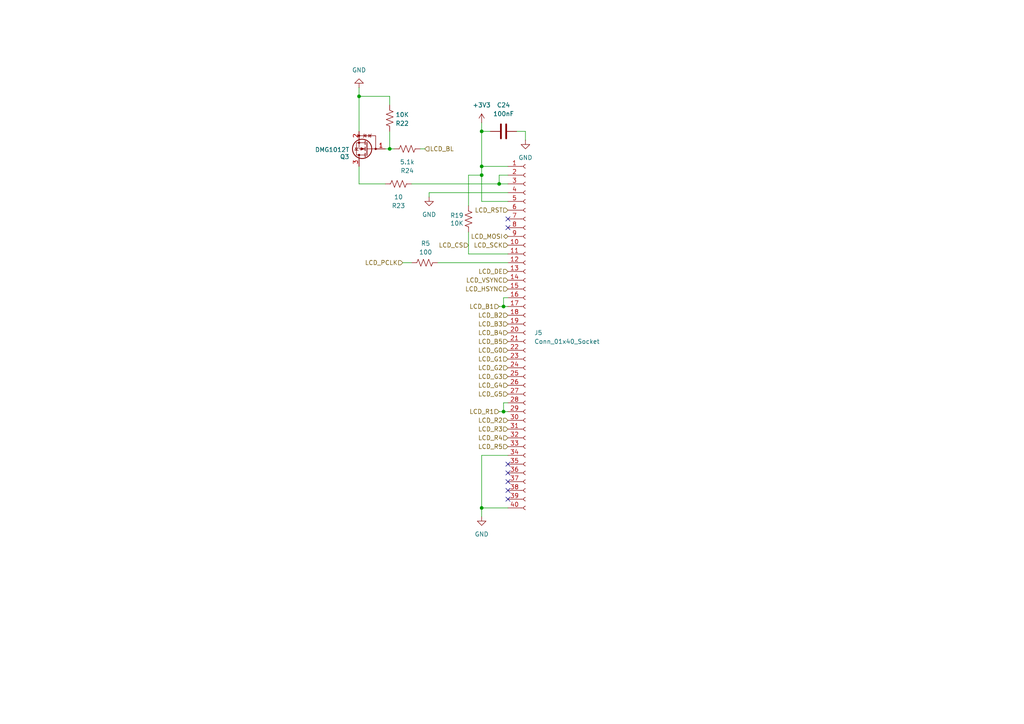
<source format=kicad_sch>
(kicad_sch (version 20231120) (generator "eeschema") (generator_version "8.0")
  (paper "A4")
  (lib_symbols
    (symbol "Connector:Conn_01x40_Socket" (pin_names (offset 1.016) hide)
      (property "Reference" "J" (at 0 50.8 0))
      (property "Value" "Conn_01x40_Socket" (at 0 -53.34 0))
      (symbol "Conn_01x40_Socket_1_1"
        (arc (start 0 -50.292) (mid -0.5058 -50.8) (end 0 -51.308) (stroke (width 0.1524)))
        (arc (start 0 -47.752) (mid -0.5058 -48.26) (end 0 -48.768) (stroke (width 0.1524)))
        (arc (start 0 -45.212) (mid -0.5058 -45.72) (end 0 -46.228) (stroke (width 0.1524)))
        (arc (start 0 -42.672) (mid -0.5058 -43.18) (end 0 -43.688) (stroke (width 0.1524)))
        (arc (start 0 -40.132) (mid -0.5058 -40.64) (end 0 -41.148) (stroke (width 0.1524)))
        (arc (start 0 -37.592) (mid -0.5058 -38.1) (end 0 -38.608) (stroke (width 0.1524)))
        (arc (start 0 -35.052) (mid -0.5058 -35.56) (end 0 -36.068) (stroke (width 0.1524)))
        (arc (start 0 -32.512) (mid -0.5058 -33.02) (end 0 -33.528) (stroke (width 0.1524)))
        (arc (start 0 -29.972) (mid -0.5058 -30.48) (end 0 -30.988) (stroke (width 0.1524)))
        (arc (start 0 -27.432) (mid -0.5058 -27.94) (end 0 -28.448) (stroke (width 0.1524)))
        (arc (start 0 -24.892) (mid -0.5058 -25.4) (end 0 -25.908) (stroke (width 0.1524)))
        (arc (start 0 -22.352) (mid -0.5058 -22.86) (end 0 -23.368) (stroke (width 0.1524)))
        (arc (start 0 -19.812) (mid -0.5058 -20.32) (end 0 -20.828) (stroke (width 0.1524)))
        (arc (start 0 -17.272) (mid -0.5058 -17.78) (end 0 -18.288) (stroke (width 0.1524)))
        (arc (start 0 -14.732) (mid -0.5058 -15.24) (end 0 -15.748) (stroke (width 0.1524)))
        (arc (start 0 -12.192) (mid -0.5058 -12.7) (end 0 -13.208) (stroke (width 0.1524)))
        (arc (start 0 -9.652) (mid -0.5058 -10.16) (end 0 -10.668) (stroke (width 0.1524)))
        (arc (start 0 -7.112) (mid -0.5058 -7.62) (end 0 -8.128) (stroke (width 0.1524)))
        (arc (start 0 -4.572) (mid -0.5058 -5.08) (end 0 -5.588) (stroke (width 0.1524)))
        (arc (start 0 -2.032) (mid -0.5058 -2.54) (end 0 -3.048) (stroke (width 0.1524)))
        (polyline (pts (xy -1.27 -50.8) (xy -0.508 -50.8)) (stroke (width 0.1524)))
        (polyline (pts (xy -1.27 -48.26) (xy -0.508 -48.26)) (stroke (width 0.1524)))
        (polyline (pts (xy -1.27 -45.72) (xy -0.508 -45.72)) (stroke (width 0.1524)))
        (polyline (pts (xy -1.27 -43.18) (xy -0.508 -43.18)) (stroke (width 0.1524)))
        (polyline (pts (xy -1.27 -40.64) (xy -0.508 -40.64)) (stroke (width 0.1524)))
        (polyline (pts (xy -1.27 -38.1) (xy -0.508 -38.1)) (stroke (width 0.1524)))
        (polyline (pts (xy -1.27 -35.56) (xy -0.508 -35.56)) (stroke (width 0.1524)))
        (polyline (pts (xy -1.27 -33.02) (xy -0.508 -33.02)) (stroke (width 0.1524)))
        (polyline (pts (xy -1.27 -30.48) (xy -0.508 -30.48)) (stroke (width 0.1524)))
        (polyline (pts (xy -1.27 -27.94) (xy -0.508 -27.94)) (stroke (width 0.1524)))
        (polyline (pts (xy -1.27 -25.4) (xy -0.508 -25.4)) (stroke (width 0.1524)))
        (polyline (pts (xy -1.27 -22.86) (xy -0.508 -22.86)) (stroke (width 0.1524)))
        (polyline (pts (xy -1.27 -20.32) (xy -0.508 -20.32)) (stroke (width 0.1524)))
        (polyline (pts (xy -1.27 -17.78) (xy -0.508 -17.78)) (stroke (width 0.1524)))
        (polyline (pts (xy -1.27 -15.24) (xy -0.508 -15.24)) (stroke (width 0.1524)))
        (polyline (pts (xy -1.27 -12.7) (xy -0.508 -12.7)) (stroke (width 0.1524)))
        (polyline (pts (xy -1.27 -10.16) (xy -0.508 -10.16)) (stroke (width 0.1524)))
        (polyline (pts (xy -1.27 -7.62) (xy -0.508 -7.62)) (stroke (width 0.1524)))
        (polyline (pts (xy -1.27 -5.08) (xy -0.508 -5.08)) (stroke (width 0.1524)))
        (polyline (pts (xy -1.27 -2.54) (xy -0.508 -2.54)) (stroke (width 0.1524)))
        (polyline (pts (xy -1.27 0) (xy -0.508 0)) (stroke (width 0.1524)))
        (polyline (pts (xy -1.27 2.54) (xy -0.508 2.54)) (stroke (width 0.1524)))
        (polyline (pts (xy -1.27 5.08) (xy -0.508 5.08)) (stroke (width 0.1524)))
        (polyline (pts (xy -1.27 7.62) (xy -0.508 7.62)) (stroke (width 0.1524)))
        (polyline (pts (xy -1.27 10.16) (xy -0.508 10.16)) (stroke (width 0.1524)))
        (polyline (pts (xy -1.27 12.7) (xy -0.508 12.7)) (stroke (width 0.1524)))
        (polyline (pts (xy -1.27 15.24) (xy -0.508 15.24)) (stroke (width 0.1524)))
        (polyline (pts (xy -1.27 17.78) (xy -0.508 17.78)) (stroke (width 0.1524)))
        (polyline (pts (xy -1.27 20.32) (xy -0.508 20.32)) (stroke (width 0.1524)))
        (polyline (pts (xy -1.27 22.86) (xy -0.508 22.86)) (stroke (width 0.1524)))
        (polyline (pts (xy -1.27 25.4) (xy -0.508 25.4)) (stroke (width 0.1524)))
        (polyline (pts (xy -1.27 27.94) (xy -0.508 27.94)) (stroke (width 0.1524)))
        (polyline (pts (xy -1.27 30.48) (xy -0.508 30.48)) (stroke (width 0.1524)))
        (polyline (pts (xy -1.27 33.02) (xy -0.508 33.02)) (stroke (width 0.1524)))
        (polyline (pts (xy -1.27 35.56) (xy -0.508 35.56)) (stroke (width 0.1524)))
        (polyline (pts (xy -1.27 38.1) (xy -0.508 38.1)) (stroke (width 0.1524)))
        (polyline (pts (xy -1.27 40.64) (xy -0.508 40.64)) (stroke (width 0.1524)))
        (polyline (pts (xy -1.27 43.18) (xy -0.508 43.18)) (stroke (width 0.1524)))
        (polyline (pts (xy -1.27 45.72) (xy -0.508 45.72)) (stroke (width 0.1524)))
        (polyline (pts (xy -1.27 48.26) (xy -0.508 48.26)) (stroke (width 0.1524)))
        (arc (start 0 0.508) (mid -0.5058 0) (end 0 -0.508) (stroke (width 0.1524)))
        (arc (start 0 3.048) (mid -0.5058 2.54) (end 0 2.032) (stroke (width 0.1524)))
        (arc (start 0 5.588) (mid -0.5058 5.08) (end 0 4.572) (stroke (width 0.1524)))
        (arc (start 0 8.128) (mid -0.5058 7.62) (end 0 7.112) (stroke (width 0.1524)))
        (arc (start 0 10.668) (mid -0.5058 10.16) (end 0 9.652) (stroke (width 0.1524)))
        (arc (start 0 13.208) (mid -0.5058 12.7) (end 0 12.192) (stroke (width 0.1524)))
        (arc (start 0 15.748) (mid -0.5058 15.24) (end 0 14.732) (stroke (width 0.1524)))
        (arc (start 0 18.288) (mid -0.5058 17.78) (end 0 17.272) (stroke (width 0.1524)))
        (arc (start 0 20.828) (mid -0.5058 20.32) (end 0 19.812) (stroke (width 0.1524)))
        (arc (start 0 23.368) (mid -0.5058 22.86) (end 0 22.352) (stroke (width 0.1524)))
        (arc (start 0 25.908) (mid -0.5058 25.4) (end 0 24.892) (stroke (width 0.1524)))
        (arc (start 0 28.448) (mid -0.5058 27.94) (end 0 27.432) (stroke (width 0.1524)))
        (arc (start 0 30.988) (mid -0.5058 30.48) (end 0 29.972) (stroke (width 0.1524)))
        (arc (start 0 33.528) (mid -0.5058 33.02) (end 0 32.512) (stroke (width 0.1524)))
        (arc (start 0 36.068) (mid -0.5058 35.56) (end 0 35.052) (stroke (width 0.1524)))
        (arc (start 0 38.608) (mid -0.5058 38.1) (end 0 37.592) (stroke (width 0.1524)))
        (arc (start 0 41.148) (mid -0.5058 40.64) (end 0 40.132) (stroke (width 0.1524)))
        (arc (start 0 43.688) (mid -0.5058 43.18) (end 0 42.672) (stroke (width 0.1524)))
        (arc (start 0 46.228) (mid -0.5058 45.72) (end 0 45.212) (stroke (width 0.1524)))
        (arc (start 0 48.768) (mid -0.5058 48.26) (end 0 47.752) (stroke (width 0.1524)))
        (pin passive line (at -5.08 48.26 0) (length 3.81) (name "Pin_1") (number "1"))
        (pin passive line (at -5.08 25.4 0) (length 3.81) (name "Pin_10") (number "10"))
        (pin passive line (at -5.08 22.86 0) (length 3.81) (name "Pin_11") (number "11"))
        (pin passive line (at -5.08 20.32 0) (length 3.81) (name "Pin_12") (number "12"))
        (pin passive line (at -5.08 17.78 0) (length 3.81) (name "Pin_13") (number "13"))
        (pin passive line (at -5.08 15.24 0) (length 3.81) (name "Pin_14") (number "14"))
        (pin passive line (at -5.08 12.7 0) (length 3.81) (name "Pin_15") (number "15"))
        (pin passive line (at -5.08 10.16 0) (length 3.81) (name "Pin_16") (number "16"))
        (pin passive line (at -5.08 7.62 0) (length 3.81) (name "Pin_17") (number "17"))
        (pin passive line (at -5.08 5.08 0) (length 3.81) (name "Pin_18") (number "18"))
        (pin passive line (at -5.08 2.54 0) (length 3.81) (name "Pin_19") (number "19"))
        (pin passive line (at -5.08 45.72 0) (length 3.81) (name "Pin_2") (number "2"))
        (pin passive line (at -5.08 0 0) (length 3.81) (name "Pin_20") (number "20"))
        (pin passive line (at -5.08 -2.54 0) (length 3.81) (name "Pin_21") (number "21"))
        (pin passive line (at -5.08 -5.08 0) (length 3.81) (name "Pin_22") (number "22"))
        (pin passive line (at -5.08 -7.62 0) (length 3.81) (name "Pin_23") (number "23"))
        (pin passive line (at -5.08 -10.16 0) (length 3.81) (name "Pin_24") (number "24"))
        (pin passive line (at -5.08 -12.7 0) (length 3.81) (name "Pin_25") (number "25"))
        (pin passive line (at -5.08 -15.24 0) (length 3.81) (name "Pin_26") (number "26"))
        (pin passive line (at -5.08 -17.78 0) (length 3.81) (name "Pin_27") (number "27"))
        (pin passive line (at -5.08 -20.32 0) (length 3.81) (name "Pin_28") (number "28"))
        (pin passive line (at -5.08 -22.86 0) (length 3.81) (name "Pin_29") (number "29"))
        (pin passive line (at -5.08 43.18 0) (length 3.81) (name "Pin_3") (number "3"))
        (pin passive line (at -5.08 -25.4 0) (length 3.81) (name "Pin_30") (number "30"))
        (pin passive line (at -5.08 -27.94 0) (length 3.81) (name "Pin_31") (number "31"))
        (pin passive line (at -5.08 -30.48 0) (length 3.81) (name "Pin_32") (number "32"))
        (pin passive line (at -5.08 -33.02 0) (length 3.81) (name "Pin_33") (number "33"))
        (pin passive line (at -5.08 -35.56 0) (length 3.81) (name "Pin_34") (number "34"))
        (pin passive line (at -5.08 -38.1 0) (length 3.81) (name "Pin_35") (number "35"))
        (pin passive line (at -5.08 -40.64 0) (length 3.81) (name "Pin_36") (number "36"))
        (pin passive line (at -5.08 -43.18 0) (length 3.81) (name "Pin_37") (number "37"))
        (pin passive line (at -5.08 -45.72 0) (length 3.81) (name "Pin_38") (number "38"))
        (pin passive line (at -5.08 -48.26 0) (length 3.81) (name "Pin_39") (number "39"))
        (pin passive line (at -5.08 40.64 0) (length 3.81) (name "Pin_4") (number "4"))
        (pin passive line (at -5.08 -50.8 0) (length 3.81) (name "Pin_40") (number "40"))
        (pin passive line (at -5.08 38.1 0) (length 3.81) (name "Pin_5") (number "5"))
        (pin passive line (at -5.08 35.56 0) (length 3.81) (name "Pin_6") (number "6"))
        (pin passive line (at -5.08 33.02 0) (length 3.81) (name "Pin_7") (number "7"))
        (pin passive line (at -5.08 30.48 0) (length 3.81) (name "Pin_8") (number "8"))
        (pin passive line (at -5.08 27.94 0) (length 3.81) (name "Pin_9") (number "9"))
      )
    )
    (symbol "Device:C" (pin_numbers hide) (pin_names (offset 0.254))
      (property "Reference" "C" (at 0.635 2.54 0))
      (property "Value" "C" (at 0.635 -2.54 0))
      (symbol "C_0_1"
        (polyline (pts (xy -2.032 -0.762) (xy 2.032 -0.762)) (stroke (width 0.508)))
        (polyline (pts (xy -2.032 0.762) (xy 2.032 0.762)) (stroke (width 0.508)))
      )
      (symbol "C_1_1"
        (pin passive line (at 0 3.81 270) (length 2.794) (name "~") (number "1"))
        (pin passive line (at 0 -3.81 90) (length 2.794) (name "~") (number "2"))
      )
    )
    (symbol "Device:R_US" (pin_numbers hide) (pin_names (offset 0))
      (property "Reference" "R" (at 2.54 0 90))
      (property "Value" "R_US" (at -2.54 0 90))
      (symbol "R_US_0_1"
        (polyline (pts (xy 0 -2.286) (xy 0 -2.54)))
        (polyline (pts (xy 0 2.286) (xy 0 2.54)))
        (polyline (pts (xy 0 -0.762) (xy 1.016 -1.143) (xy 0 -1.524) (xy -1.016 -1.905) (xy 0 -2.286)))
        (polyline (pts (xy 0 0.762) (xy 1.016 0.381) (xy 0 0) (xy -1.016 -0.381) (xy 0 -0.762)))
        (polyline (pts (xy 0 2.286) (xy 1.016 1.905) (xy 0 1.524) (xy -1.016 1.143) (xy 0 0.762)))
      )
      (symbol "R_US_1_1"
        (pin passive line (at 0 3.81 270) (length 1.27) (name "~") (number "1"))
        (pin passive line (at 0 -3.81 90) (length 1.27) (name "~") (number "2"))
      )
    )
    (symbol "Transistor_FET:DMG1012T" (pin_names (offset 0) hide)
      (property "Reference" "Q" (at 5.08 1.905 0))
      (property "Value" "DMG1012T" (at 5.08 0 0))
      (symbol "DMG1012T_0_1"
        (polyline (pts (xy 2.54 -3.81) (xy -2.286 -3.81) (xy -2.286 0)))
      )
      (symbol "DMG1012T_1_1"
        (circle (center -2.286 0) (radius 0.254) (fill (type outline)))
        (polyline (pts (xy 0.254 0) (xy -2.54 0)))
        (polyline (pts (xy 0.254 1.905) (xy 0.254 -1.905)) (stroke (width 0.254)))
        (polyline (pts (xy 0.762 -1.27) (xy 0.762 -2.286)) (stroke (width 0.254)))
        (polyline (pts (xy 0.762 0.508) (xy 0.762 -0.508)) (stroke (width 0.254)))
        (polyline (pts (xy 0.762 2.286) (xy 0.762 1.27)) (stroke (width 0.254)))
        (polyline (pts (xy 2.54 2.54) (xy 2.54 1.778)))
        (polyline (pts (xy 2.54 -2.54) (xy 2.54 0) (xy 0.762 0)))
        (polyline (pts (xy -1.016 -4.318) (xy -0.889 -4.191) (xy -0.889 -3.429) (xy -0.762 -3.302)))
        (polyline (pts (xy -0.889 -3.81) (xy -0.254 -4.191) (xy -0.254 -3.429) (xy -0.889 -3.81)))
        (polyline (pts (xy 0.762 -1.778) (xy 3.302 -1.778) (xy 3.302 1.778) (xy 0.762 1.778)))
        (polyline (pts (xy 1.016 0) (xy 2.032 0.381) (xy 2.032 -0.381) (xy 1.016 0)) (fill (type outline)))
        (polyline (pts (xy 1.143 -3.81) (xy 0.508 -3.429) (xy 0.508 -4.191) (xy 1.143 -3.81)))
        (polyline (pts (xy 1.27 -3.302) (xy 1.143 -3.429) (xy 1.143 -4.191) (xy 1.016 -4.318)))
        (polyline (pts (xy 2.794 0.508) (xy 2.921 0.381) (xy 3.683 0.381) (xy 3.81 0.254)))
        (polyline (pts (xy 3.302 0.381) (xy 2.921 -0.254) (xy 3.683 -0.254) (xy 3.302 0.381)))
        (circle (center 1.651 0) (radius 2.794) (stroke (width 0.254)))
        (circle (center 2.54 -3.81) (radius 0.254) (fill (type outline)))
        (circle (center 2.54 -1.778) (radius 0.254) (fill (type outline)))
        (circle (center 2.54 1.778) (radius 0.254) (fill (type outline)))
        (pin input line (at -5.08 0 0) (length 2.54) (name "G") (number "1"))
        (pin passive line (at 2.54 -5.08 90) (length 2.54) (name "S") (number "2"))
        (pin passive line (at 2.54 5.08 270) (length 2.54) (name "D") (number "3"))
      )
    )
    (symbol "power:GND" (power) (pin_numbers hide) (pin_names (offset 0) hide)
      (property "Value" "GND" (at 0 -3.81 0))
      (symbol "GND_0_1"
        (polyline (pts (xy 0 0) (xy 0 -1.27) (xy 1.27 -1.27) (xy 0 -2.54) (xy -1.27 -1.27) (xy 0 -1.27)))
      )
      (symbol "GND_1_1"
        (pin power_in line (at 0 0 270) (length 0) (name "~") (number "1"))
      )
    )
    (symbol "power:VDD" (power) (pin_numbers hide) (pin_names (offset 0) hide)
      (property "Value" "VDD" (at 0 3.556 0))
      (symbol "VDD_0_1"
        (polyline (pts (xy -0.762 1.27) (xy 0 2.54)))
        (polyline (pts (xy 0 0) (xy 0 2.54)))
        (polyline (pts (xy 0 2.54) (xy 0.762 1.27)))
      )
      (symbol "VDD_1_1"
        (pin power_in line (at 0 0 90) (length 0) (name "~") (number "1"))
      )
    )
  )
  (junction (at 139.7 147.32))
  (junction (at 139.7 50.8))
  (junction (at 113.03 43.18))
  (junction (at 139.7 38.1))
  (junction (at 104.14 27.94))
  (junction (at 146.05 88.9))
  (junction (at 139.7 48.26))
  (junction (at 146.05 119.38))
  (junction (at 144.78 53.34))
  (no_connect (at 147.32 142.24))
  (no_connect (at 147.32 66.04))
  (no_connect (at 147.32 134.62))
  (no_connect (at 147.32 137.16))
  (no_connect (at 147.32 139.7))
  (no_connect (at 147.32 63.5))
  (no_connect (at 147.32 144.78))
  (wire (pts (xy 152.4 38.1) (xy 152.4 40.64)))
  (wire (pts (xy 147.32 116.84) (xy 146.05 116.84)))
  (wire (pts (xy 104.14 27.94) (xy 104.14 25.4)))
  (wire (pts (xy 113.03 38.1) (xy 113.03 43.18)))
  (wire (pts (xy 124.46 57.15) (xy 124.46 55.88)))
  (wire (pts (xy 114.3 43.18) (xy 113.03 43.18)))
  (wire (pts (xy 144.78 88.9) (xy 146.05 88.9)))
  (wire (pts (xy 139.7 147.32) (xy 139.7 149.86)))
  (wire (pts (xy 147.32 50.8) (xy 144.78 50.8)))
  (wire (pts (xy 104.14 53.34) (xy 111.76 53.34)))
  (wire (pts (xy 146.05 86.36) (xy 146.05 88.9)))
  (wire (pts (xy 147.32 53.34) (xy 144.78 53.34)))
  (wire (pts (xy 139.7 35.56) (xy 139.7 38.1)))
  (wire (pts (xy 116.84 76.2) (xy 119.38 76.2)))
  (wire (pts (xy 144.78 119.38) (xy 146.05 119.38)))
  (wire (pts (xy 113.03 27.94) (xy 104.14 27.94)))
  (wire (pts (xy 123.19 43.18) (xy 121.92 43.18)))
  (wire (pts (xy 119.38 53.34) (xy 144.78 53.34)))
  (wire (pts (xy 147.32 147.32) (xy 139.7 147.32)))
  (wire (pts (xy 147.32 132.08) (xy 139.7 132.08)))
  (wire (pts (xy 104.14 48.26) (xy 104.14 53.34)))
  (wire (pts (xy 149.86 38.1) (xy 152.4 38.1)))
  (wire (pts (xy 139.7 48.26) (xy 139.7 50.8)))
  (wire (pts (xy 146.05 119.38) (xy 147.32 119.38)))
  (wire (pts (xy 144.78 50.8) (xy 144.78 53.34)))
  (wire (pts (xy 104.14 38.1) (xy 104.14 27.94)))
  (wire (pts (xy 147.32 73.66) (xy 135.89 73.66)))
  (wire (pts (xy 139.7 132.08) (xy 139.7 147.32)))
  (wire (pts (xy 113.03 27.94) (xy 113.03 30.48)))
  (wire (pts (xy 147.32 48.26) (xy 139.7 48.26)))
  (wire (pts (xy 147.32 58.42) (xy 139.7 58.42)))
  (wire (pts (xy 124.46 55.88) (xy 147.32 55.88)))
  (wire (pts (xy 135.89 73.66) (xy 135.89 67.31)))
  (wire (pts (xy 135.89 59.69) (xy 135.89 50.8)))
  (wire (pts (xy 142.24 38.1) (xy 139.7 38.1)))
  (wire (pts (xy 139.7 50.8) (xy 139.7 58.42)))
  (wire (pts (xy 113.03 43.18) (xy 111.76 43.18)))
  (wire (pts (xy 135.89 50.8) (xy 139.7 50.8)))
  (wire (pts (xy 139.7 38.1) (xy 139.7 48.26)))
  (wire (pts (xy 146.05 116.84) (xy 146.05 119.38)))
  (wire (pts (xy 147.32 86.36) (xy 146.05 86.36)))
  (wire (pts (xy 146.05 88.9) (xy 147.32 88.9)))
  (wire (pts (xy 127 76.2) (xy 147.32 76.2)))
  (hierarchical_label "LCD_SCK" (shape input) (at 147.32 71.12 180))
  (hierarchical_label "LCD_G0" (shape input) (at 147.32 101.6 180))
  (hierarchical_label "LCD_R2" (shape input) (at 147.32 121.92 180))
  (hierarchical_label "LCD_G1" (shape input) (at 147.32 104.14 180))
  (hierarchical_label "LCD_G5" (shape input) (at 147.32 114.3 180))
  (hierarchical_label "LCD_R4" (shape input) (at 147.32 127 180))
  (hierarchical_label "LCD_CS" (shape input) (at 135.89 71.12 180))
  (hierarchical_label "LCD_R5" (shape input) (at 147.32 129.54 180))
  (hierarchical_label "LCD_BL" (shape input) (at 123.19 43.18 0))
  (hierarchical_label "LCD_B5" (shape input) (at 147.32 99.06 180))
  (hierarchical_label "LCD_RST" (shape input) (at 147.32 60.96 180))
  (hierarchical_label "LCD_G3" (shape input) (at 147.32 109.22 180))
  (hierarchical_label "LCD_R3" (shape input) (at 147.32 124.46 180))
  (hierarchical_label "LCD_G2" (shape input) (at 147.32 106.68 180))
  (hierarchical_label "LCD_B2" (shape input) (at 147.32 91.44 180))
  (hierarchical_label "LCD_HSYNC" (shape input) (at 147.32 83.82 180))
  (hierarchical_label "LCD_G4" (shape input) (at 147.32 111.76 180))
  (hierarchical_label "LCD_VSYNC" (shape input) (at 147.32 81.28 180))
  (hierarchical_label "LCD_MOSI" (shape bidirectional) (at 147.32 68.58 180))
  (hierarchical_label "LCD_B4" (shape input) (at 147.32 96.52 180))
  (hierarchical_label "LCD_B1" (shape input) (at 144.78 88.9 180))
  (hierarchical_label "LCD_DE" (shape input) (at 147.32 78.74 180))
  (hierarchical_label "LCD_PCLK" (shape input) (at 116.84 76.2 180))
  (hierarchical_label "LCD_R1" (shape input) (at 144.78 119.38 180))
  (hierarchical_label "LCD_B3" (shape input) (at 147.32 93.98 180))
  (symbol (lib_id "power:GND") (at 104.14 25.4 180) (unit 1)
    (property "Reference" "#PWR070" (effects (hide yes)))
    (property "Value" "GND" (at 104.14 20.32 0))
    (property "Description" "Power symbol creates a global label with name \"GND\" , ground" (effects (hide yes)))
  )
  (symbol (lib_id "power:GND") (at 124.46 57.15 0) (unit 1)
    (property "Reference" "#PWR071" (effects (hide yes)))
    (property "Value" "GND" (at 124.46 62.23 0))
    (property "Description" "Power symbol creates a global label with name \"GND\" , ground" (effects (hide yes)))
  )
  (symbol (lib_id "power:VDD") (at 139.7 35.56 0) (unit 1)
    (property "Reference" "#PWR072" (effects (hide yes)))
    (property "Value" "+3V3" (at 139.7 30.48 0))
    (property "Description" "Power symbol creates a global label with name \"VDD\"" (effects (hide yes)))
  )
  (symbol (lib_id "Device:R_US") (at 113.03 34.29 0) (unit 1)
    (property "Reference" "R22" (at 118.618 35.814 0) (effects (justify right)))
    (property "Value" "10K" (at 118.618 33.274 0) (effects (justify right)))
    (property "Footprint" "Resistor_SMD:R_0402_1005Metric" (effects (hide yes)))
    (property "Description" "Resistor, US symbol" (effects (hide yes)))
  )
  (symbol (lib_id "Connector:Conn_01x40_Socket") (at 152.4 96.52 0) (unit 1)
    (property "Reference" "J5" (at 154.94 96.5199 0) (effects (justify left)))
    (property "Value" "Conn_01x40_Socket" (at 154.94 99.0599 0) (effects (justify left)))
    (property "Footprint" "Connector_FFC-FPC:Hirose_FH12-40S-0.5SH_1x40-1MP_P0.50mm_Horizontal" (effects (hide yes)))
    (property "Description" "Generic connector, single row, 01x40, script generated" (effects (hide yes)))
  )
  (symbol (lib_id "Device:R_US") (at 118.11 43.18 270) (unit 1)
    (property "Reference" "R24" (at 118.11 49.53 90))
    (property "Value" "5.1k" (at 118.11 46.99 90))
    (property "Footprint" "Resistor_SMD:R_0402_1005Metric" (effects (hide yes)))
    (property "Description" "Resistor, US symbol" (effects (hide yes)))
  )
  (symbol (lib_id "Device:R_US") (at 115.57 53.34 270) (unit 1)
    (property "Reference" "R23" (at 115.57 59.69 90))
    (property "Value" "10" (at 115.57 57.15 90))
    (property "Footprint" "Resistor_SMD:R_0402_1005Metric" (effects (hide yes)))
    (property "Description" "Resistor, US symbol" (effects (hide yes)))
  )
  (symbol (lib_id "power:GND") (at 152.4 40.64 0) (unit 1)
    (property "Reference" "#PWR015" (effects (hide yes)))
    (property "Value" "GND" (at 152.4 45.72 0))
    (property "Description" "Power symbol creates a global label with name \"GND\" , ground" (effects (hide yes)))
  )
  (symbol (lib_id "Device:R_US") (at 123.19 76.2 90) (unit 1)
    (property "Reference" "R5" (at 123.444 70.612 90))
    (property "Value" "100" (at 123.444 73.152 90))
    (property "Footprint" "Resistor_SMD:R_0402_1005Metric" (effects (hide yes)))
    (property "Description" "Resistor, US symbol" (effects (hide yes)))
  )
  (symbol (lib_id "Device:R_US") (at 135.89 63.5 180) (unit 1)
    (property "Reference" "R19" (at 130.556 62.484 0) (effects (justify right)))
    (property "Value" "10K" (at 130.556 64.77 0) (effects (justify right)))
    (property "Footprint" "Resistor_SMD:R_0402_1005Metric" (effects (hide yes)))
    (property "Description" "Resistor, US symbol" (effects (hide yes)))
  )
  (symbol (lib_id "Transistor_FET:DMG1012T") (at 106.68 43.18 180) (unit 1)
    (property "Reference" "Q3" (at 101.346 45.466 0) (effects (justify left)))
    (property "Value" "DMG1012T" (at 101.346 43.434 0) (effects (justify left)))
    (property "Footprint" "Package_TO_SOT_SMD:SOT-523" (effects (hide yes)))
    (property "Datasheet" "https://www.diodes.com/assets/Datasheets/ds31783.pdf" (effects (hide yes)))
    (property "Description" "20V Vds, 0.63 Id, N-Channel MOSFET with ESD protection, SOT-523" (effects (hide yes)))
  )
  (symbol (lib_id "Device:C") (at 146.05 38.1 90) (unit 1)
    (property "Reference" "C24" (at 146.05 30.48 90))
    (property "Value" "100nF" (at 146.05 33.02 90))
    (property "Footprint" "Capacitor_SMD:C_0402_1005Metric" (effects (hide yes)))
    (property "Description" "Unpolarized capacitor" (effects (hide yes)))
  )
  (symbol (lib_id "power:GND") (at 139.7 149.86 0) (unit 1)
    (property "Reference" "#PWR073" (effects (hide yes)))
    (property "Value" "GND" (at 139.7 154.94 0))
    (property "Description" "Power symbol creates a global label with name \"GND\" , ground" (effects (hide yes)))
  )
)
</source>
